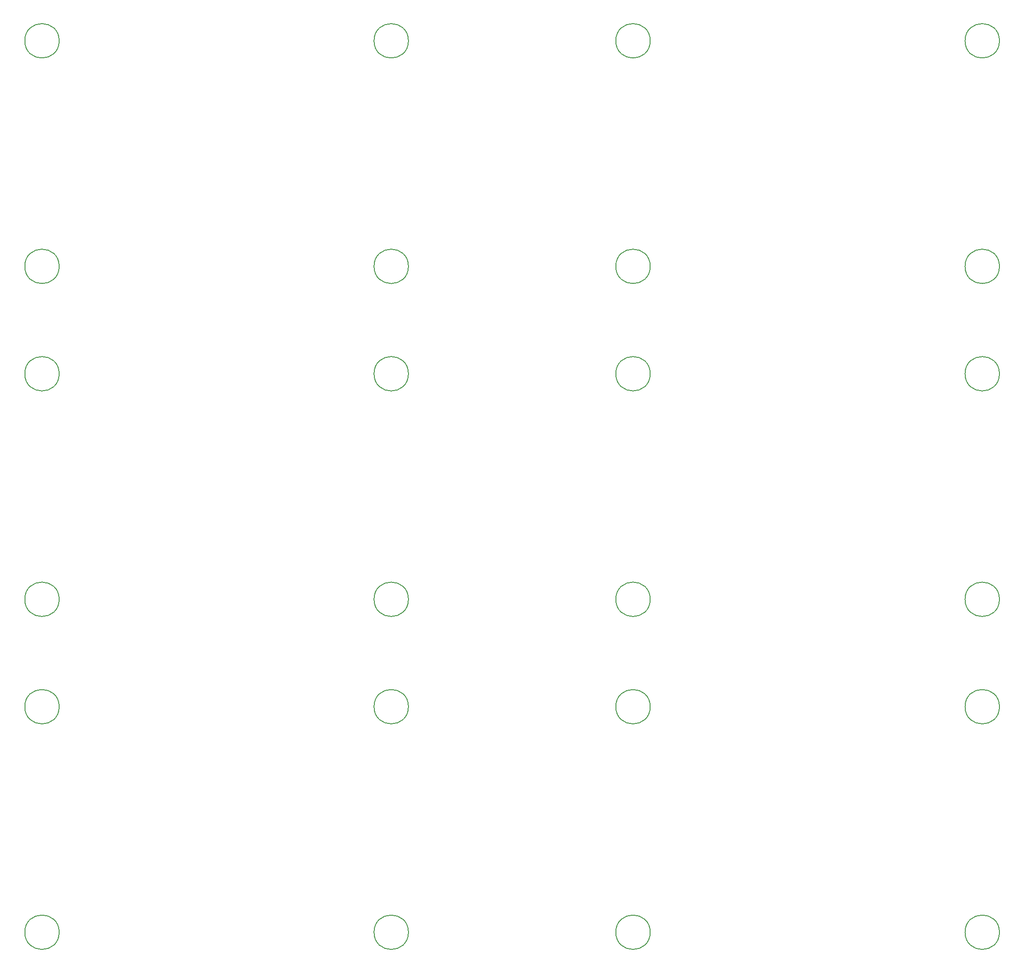
<source format=gbr>
G04 #@! TF.GenerationSoftware,KiCad,Pcbnew,5.1.4*
G04 #@! TF.CreationDate,2019-11-01T23:16:51-03:00*
G04 #@! TF.ProjectId,fonte_18V_panel,666f6e74-655f-4313-9856-5f70616e656c,rev?*
G04 #@! TF.SameCoordinates,Original*
G04 #@! TF.FileFunction,Other,Comment*
%FSLAX46Y46*%
G04 Gerber Fmt 4.6, Leading zero omitted, Abs format (unit mm)*
G04 Created by KiCad (PCBNEW 5.1.4) date 2019-11-01 23:16:51*
%MOMM*%
%LPD*%
G04 APERTURE LIST*
%ADD10C,0.150000*%
G04 APERTURE END LIST*
D10*
X163600000Y-187200000D02*
G75*
G03X163600000Y-187200000I-3200000J0D01*
G01*
X53600000Y-187200000D02*
G75*
G03X53600000Y-187200000I-3200000J0D01*
G01*
X163600000Y-125200000D02*
G75*
G03X163600000Y-125200000I-3200000J0D01*
G01*
X53600000Y-125200000D02*
G75*
G03X53600000Y-125200000I-3200000J0D01*
G01*
X163600000Y-63200000D02*
G75*
G03X163600000Y-63200000I-3200000J0D01*
G01*
X228600000Y-187200000D02*
G75*
G03X228600000Y-187200000I-3200000J0D01*
G01*
X118600000Y-187200000D02*
G75*
G03X118600000Y-187200000I-3200000J0D01*
G01*
X228600000Y-125200000D02*
G75*
G03X228600000Y-125200000I-3200000J0D01*
G01*
X118600000Y-125200000D02*
G75*
G03X118600000Y-125200000I-3200000J0D01*
G01*
X228600000Y-63200000D02*
G75*
G03X228600000Y-63200000I-3200000J0D01*
G01*
X228600000Y-145200000D02*
G75*
G03X228600000Y-145200000I-3200000J0D01*
G01*
X118600000Y-145200000D02*
G75*
G03X118600000Y-145200000I-3200000J0D01*
G01*
X228600000Y-83200000D02*
G75*
G03X228600000Y-83200000I-3200000J0D01*
G01*
X118600000Y-83200000D02*
G75*
G03X118600000Y-83200000I-3200000J0D01*
G01*
X228600000Y-21200000D02*
G75*
G03X228600000Y-21200000I-3200000J0D01*
G01*
X163600000Y-145200000D02*
G75*
G03X163600000Y-145200000I-3200000J0D01*
G01*
X53600000Y-145200000D02*
G75*
G03X53600000Y-145200000I-3200000J0D01*
G01*
X163600000Y-83200000D02*
G75*
G03X163600000Y-83200000I-3200000J0D01*
G01*
X53600000Y-83200000D02*
G75*
G03X53600000Y-83200000I-3200000J0D01*
G01*
X163600000Y-21200000D02*
G75*
G03X163600000Y-21200000I-3200000J0D01*
G01*
X118600000Y-21200000D02*
G75*
G03X118600000Y-21200000I-3200000J0D01*
G01*
X118600000Y-63200000D02*
G75*
G03X118600000Y-63200000I-3200000J0D01*
G01*
X53600000Y-63200000D02*
G75*
G03X53600000Y-63200000I-3200000J0D01*
G01*
X53600000Y-21200000D02*
G75*
G03X53600000Y-21200000I-3200000J0D01*
G01*
M02*

</source>
